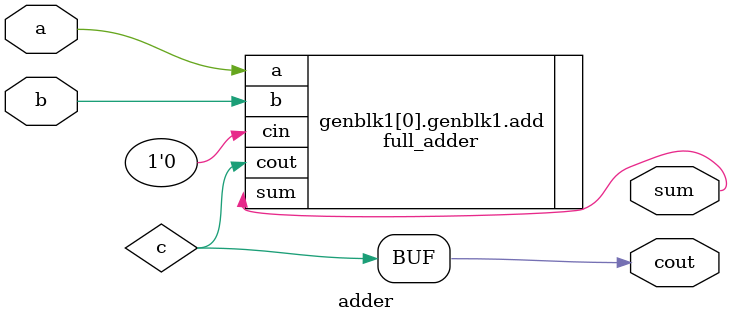
<source format=v>
module adder#(
    parameter WIDTH = 1
)(
    //input
    input wire [WIDTH-1:0]a,
    input wire [WIDTH-1:0]b,
    //output
    output wire cout,
    output wire [WIDTH-1:0] sum
);
wire [WIDTH-1:0]c;
genvar i; // general variable
generate
    for (i=0; i < WIDTH; i = i + 1) begin
        if(i==0)begin
            full_adder add(
                //input
                .a(a[0]),
                .b(b[0]),
                .cin(1'b0),
                //output
                .sum(sum[0]),
                .cout(c[0]) 
                );
        end
        else begin
            full_adder add(
                //input
                .a(a[i]),
                .b(b[i]),
                .cin(c[i-1]),
                //output
                .sum(sum[i]),
                .cout(c[i])
            );
        end
    end

endgenerate
assign cout = c[WIDTH-1];
endmodule


</source>
